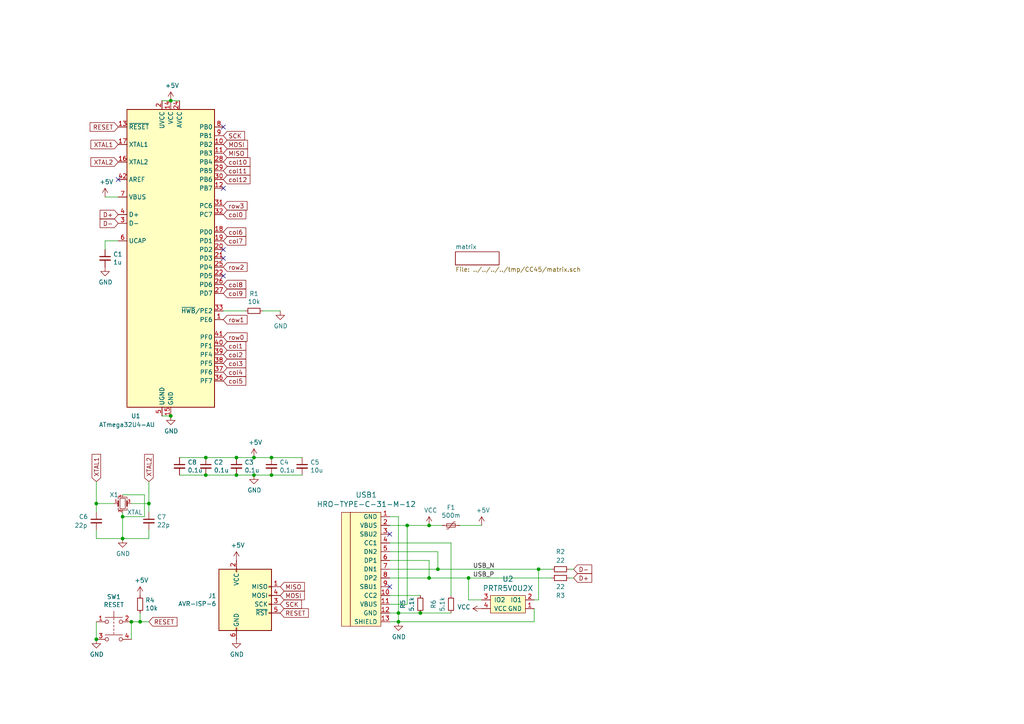
<source format=kicad_sch>
(kicad_sch (version 20230121) (generator eeschema)
  (paper "A4")
  (lib_symbols
    (symbol "CC45-rescue:ATmega32U4-AU-MCU_Microchip_ATmega"
      (property "Reference" "U" (at -12.7 44.45 0))
      (property "Value" "MCU_Microchip_ATmega_ATmega32U4-AU" (at 2.54 -44.45 0))
      (symbol "ATmega32U4-AU-MCU_Microchip_ATmega_0_1"
        (rectangle (start -12.7 -43.18) (end 12.7 43.18) (stroke (width 0.254)) (fill (type background)))
      )
      (symbol "ATmega32U4-AU-MCU_Microchip_ATmega_1_1"
        (pin bidirectional line (at 15.24 -17.78 180) (length 2.54) (name "PE6") (number "1"))
        (pin bidirectional line (at 15.24 33.02 180) (length 2.54) (name "PB2") (number "10"))
        (pin bidirectional line (at 15.24 30.48 180) (length 2.54) (name "PB3") (number "11"))
        (pin bidirectional line (at 15.24 20.32 180) (length 2.54) (name "PB7") (number "12"))
        (pin input line (at -15.24 38.1 0) (length 2.54) (name "~{RESET}") (number "13"))
        (pin power_in line (at 0 45.72 270) (length 2.54) (name "VCC") (number "14"))
        (pin power_in line (at 0 -45.72 90) (length 2.54) (name "GND") (number "15"))
        (pin output line (at -15.24 27.94 0) (length 2.54) (name "XTAL2") (number "16"))
        (pin input line (at -15.24 33.02 0) (length 2.54) (name "XTAL1") (number "17"))
        (pin bidirectional line (at 15.24 7.62 180) (length 2.54) (name "PD0") (number "18"))
        (pin bidirectional line (at 15.24 5.08 180) (length 2.54) (name "PD1") (number "19"))
        (pin power_in line (at -2.54 45.72 270) (length 2.54) (name "UVCC") (number "2"))
        (pin bidirectional line (at 15.24 2.54 180) (length 2.54) (name "PD2") (number "20"))
        (pin bidirectional line (at 15.24 0 180) (length 2.54) (name "PD3") (number "21"))
        (pin bidirectional line (at 15.24 -5.08 180) (length 2.54) (name "PD5") (number "22"))
        (pin passive line (at 0 -45.72 90) (length 2.54) hide (name "GND") (number "23"))
        (pin power_in line (at 2.54 45.72 270) (length 2.54) (name "AVCC") (number "24"))
        (pin bidirectional line (at 15.24 -2.54 180) (length 2.54) (name "PD4") (number "25"))
        (pin bidirectional line (at 15.24 -7.62 180) (length 2.54) (name "PD6") (number "26"))
        (pin bidirectional line (at 15.24 -10.16 180) (length 2.54) (name "PD7") (number "27"))
        (pin bidirectional line (at 15.24 27.94 180) (length 2.54) (name "PB4") (number "28"))
        (pin bidirectional line (at 15.24 25.4 180) (length 2.54) (name "PB5") (number "29"))
        (pin bidirectional line (at -15.24 10.16 0) (length 2.54) (name "D-") (number "3"))
        (pin bidirectional line (at 15.24 22.86 180) (length 2.54) (name "PB6") (number "30"))
        (pin bidirectional line (at 15.24 15.24 180) (length 2.54) (name "PC6") (number "31"))
        (pin bidirectional line (at 15.24 12.7 180) (length 2.54) (name "PC7") (number "32"))
        (pin bidirectional line (at 15.24 -15.24 180) (length 2.54) (name "~{HWB}/PE2") (number "33"))
        (pin passive line (at 0 45.72 270) (length 2.54) hide (name "VCC") (number "34"))
        (pin passive line (at 0 -45.72 90) (length 2.54) hide (name "GND") (number "35"))
        (pin bidirectional line (at 15.24 -35.56 180) (length 2.54) (name "PF7") (number "36"))
        (pin bidirectional line (at 15.24 -33.02 180) (length 2.54) (name "PF6") (number "37"))
        (pin bidirectional line (at 15.24 -30.48 180) (length 2.54) (name "PF5") (number "38"))
        (pin bidirectional line (at 15.24 -27.94 180) (length 2.54) (name "PF4") (number "39"))
        (pin bidirectional line (at -15.24 12.7 0) (length 2.54) (name "D+") (number "4"))
        (pin bidirectional line (at 15.24 -25.4 180) (length 2.54) (name "PF1") (number "40"))
        (pin bidirectional line (at 15.24 -22.86 180) (length 2.54) (name "PF0") (number "41"))
        (pin passive line (at -15.24 22.86 0) (length 2.54) (name "AREF") (number "42"))
        (pin passive line (at 0 -45.72 90) (length 2.54) hide (name "GND") (number "43"))
        (pin passive line (at 2.54 45.72 270) (length 2.54) hide (name "AVCC") (number "44"))
        (pin passive line (at -2.54 -45.72 90) (length 2.54) (name "UGND") (number "5"))
        (pin passive line (at -15.24 5.08 0) (length 2.54) (name "UCAP") (number "6"))
        (pin input line (at -15.24 17.78 0) (length 2.54) (name "VBUS") (number "7"))
        (pin bidirectional line (at 15.24 38.1 180) (length 2.54) (name "PB0") (number "8"))
        (pin bidirectional line (at 15.24 35.56 180) (length 2.54) (name "PB1") (number "9"))
      )
    )
    (symbol "CC45-rescue:HRO-TYPE-C-31-M-12-Type-C" (pin_names (offset 1.016))
      (property "Reference" "USB" (at -5.08 16.51 0))
      (property "Value" "Type-C_HRO-TYPE-C-31-M-12" (at -10.16 -1.27 90))
      (symbol "HRO-TYPE-C-31-M-12-Type-C_0_1"
        (rectangle (start -11.43 15.24) (end -8.89 -17.78) (fill (type background)))
        (rectangle (start 0 -17.78) (end -8.89 15.24) (fill (type background)))
      )
      (symbol "HRO-TYPE-C-31-M-12-Type-C_1_1"
        (pin input line (at 2.54 13.97 180) (length 2.54) (name "GND") (number "1"))
        (pin input line (at 2.54 -8.89 180) (length 2.54) (name "CC2") (number "10"))
        (pin input line (at 2.54 -11.43 180) (length 2.54) (name "VBUS") (number "11"))
        (pin input line (at 2.54 -13.97 180) (length 2.54) (name "GND") (number "12"))
        (pin input line (at 2.54 -16.51 180) (length 2.54) (name "SHIELD") (number "13"))
        (pin input line (at 2.54 11.43 180) (length 2.54) (name "VBUS") (number "2"))
        (pin input line (at 2.54 8.89 180) (length 2.54) (name "SBU2") (number "3"))
        (pin input line (at 2.54 6.35 180) (length 2.54) (name "CC1") (number "4"))
        (pin input line (at 2.54 3.81 180) (length 2.54) (name "DN2") (number "5"))
        (pin input line (at 2.54 1.27 180) (length 2.54) (name "DP1") (number "6"))
        (pin input line (at 2.54 -1.27 180) (length 2.54) (name "DN1") (number "7"))
        (pin input line (at 2.54 -3.81 180) (length 2.54) (name "DP2") (number "8"))
        (pin input line (at 2.54 -6.35 180) (length 2.54) (name "SBU1") (number "9"))
      )
    )
    (symbol "CC45-rescue:PRTR5V0U2X-random-keyboard-parts" (pin_names (offset 1.016))
      (property "Reference" "U" (at 0 3.81 0))
      (property "Value" "random-keyboard-parts_PRTR5V0U2X" (at 0 -3.81 0))
      (symbol "PRTR5V0U2X-random-keyboard-parts_0_1"
        (rectangle (start -5.08 2.54) (end 5.08 -2.54) (fill (type background)))
      )
      (symbol "PRTR5V0U2X-random-keyboard-parts_1_1"
        (pin input line (at -7.62 1.27 0) (length 2.54) (name "GND") (number "1"))
        (pin input line (at -7.62 -1.27 0) (length 2.54) (name "IO1") (number "2"))
        (pin input line (at 7.62 -1.27 180) (length 2.54) (name "IO2") (number "3"))
        (pin input line (at 7.62 1.27 180) (length 2.54) (name "VCC") (number "4"))
      )
    )
    (symbol "Connector:AVR-ISP-6" (pin_names (offset 1.016))
      (property "Reference" "J" (at -6.35 11.43 0))
      (property "Value" "AVR-ISP-6" (at 0 11.43 0))
      (symbol "AVR-ISP-6_0_1"
        (rectangle (start -2.667 -6.858) (end -2.413 -7.62))
        (rectangle (start -2.667 10.16) (end -2.413 9.398))
        (rectangle (start 7.62 -2.413) (end 6.858 -2.667))
        (rectangle (start 7.62 0.127) (end 6.858 -0.127))
        (rectangle (start 7.62 2.667) (end 6.858 2.413))
        (rectangle (start 7.62 5.207) (end 6.858 4.953))
        (rectangle (start 7.62 10.16) (end -7.62 -7.62) (stroke (width 0.254)) (fill (type background)))
      )
      (symbol "AVR-ISP-6_1_1"
        (pin passive line (at 10.16 5.08 180) (length 2.54) (name "MISO") (number "1"))
        (pin passive line (at -2.54 12.7 270) (length 2.54) (name "VCC") (number "2"))
        (pin passive line (at 10.16 0 180) (length 2.54) (name "SCK") (number "3"))
        (pin passive line (at 10.16 2.54 180) (length 2.54) (name "MOSI") (number "4"))
        (pin passive line (at 10.16 -2.54 180) (length 2.54) (name "~{RST}") (number "5"))
        (pin passive line (at -2.54 -10.16 90) (length 2.54) (name "GND") (number "6"))
      )
    )
    (symbol "Device:C_Small" (pin_numbers hide) (pin_names (offset 0.254) hide)
      (property "Reference" "C" (at 0.254 1.778 0))
      (property "Value" "C_Small" (at 0.254 -2.032 0))
      (symbol "C_Small_0_1"
        (polyline (pts (xy -1.524 -0.508) (xy 1.524 -0.508)) (stroke (width 0.3302)))
        (polyline (pts (xy -1.524 0.508) (xy 1.524 0.508)) (stroke (width 0.3048)))
      )
      (symbol "C_Small_1_1"
        (pin passive line (at 0 2.54 270) (length 2.032) (name "~") (number "1"))
        (pin passive line (at 0 -2.54 90) (length 2.032) (name "~") (number "2"))
      )
    )
    (symbol "Device:Crystal_GND24_Small" (pin_names (offset 1.016) hide)
      (property "Reference" "Y" (at 1.27 4.445 0))
      (property "Value" "Crystal_GND24_Small" (at 1.27 2.54 0))
      (symbol "Crystal_GND24_Small_0_1"
        (rectangle (start -0.762 -1.524) (end 0.762 1.524))
        (polyline (pts (xy -1.27 -0.762) (xy -1.27 0.762)) (stroke (width 0.381)))
        (polyline (pts (xy 1.27 -0.762) (xy 1.27 0.762)) (stroke (width 0.381)))
        (polyline (pts (xy -1.27 -1.27) (xy -1.27 -1.905) (xy 1.27 -1.905) (xy 1.27 -1.27)))
        (polyline (pts (xy -1.27 1.27) (xy -1.27 1.905) (xy 1.27 1.905) (xy 1.27 1.27)))
      )
      (symbol "Crystal_GND24_Small_1_1"
        (pin passive line (at -2.54 0 0) (length 1.27) (name "1") (number "1"))
        (pin passive line (at 0 -2.54 90) (length 0.635) (name "2") (number "2"))
        (pin passive line (at 2.54 0 180) (length 1.27) (name "3") (number "3"))
        (pin passive line (at 0 2.54 270) (length 0.635) (name "4") (number "4"))
      )
    )
    (symbol "Device:Polyfuse_Small" (pin_numbers hide) (pin_names (offset 0))
      (property "Reference" "F" (at -1.905 0 90))
      (property "Value" "Polyfuse_Small" (at 1.905 0 90))
      (symbol "Polyfuse_Small_0_1"
        (rectangle (start -0.508 1.27) (end 0.508 -1.27))
        (polyline (pts (xy 0 2.54) (xy 0 -2.54)))
        (polyline (pts (xy -1.016 1.27) (xy -1.016 0.762) (xy 1.016 -0.762) (xy 1.016 -1.27)))
      )
      (symbol "Polyfuse_Small_1_1"
        (pin passive line (at 0 2.54 270) (length 0.635) (name "~") (number "1"))
        (pin passive line (at 0 -2.54 90) (length 0.635) (name "~") (number "2"))
      )
    )
    (symbol "Device:R_Small" (pin_numbers hide) (pin_names (offset 0.254) hide)
      (property "Reference" "R" (at 0.762 0.508 0))
      (property "Value" "R_Small" (at 0.762 -1.016 0))
      (symbol "R_Small_0_1"
        (rectangle (start -0.762 1.778) (end 0.762 -1.778) (stroke (width 0.2032)))
      )
      (symbol "R_Small_1_1"
        (pin passive line (at 0 2.54 270) (length 0.762) (name "~") (number "1"))
        (pin passive line (at 0 -2.54 90) (length 0.762) (name "~") (number "2"))
      )
    )
    (symbol "Switch:SW_Push_Dual" (pin_names (offset 1.016) hide)
      (property "Reference" "SW" (at 1.27 2.54 0))
      (property "Value" "SW_Push_Dual" (at 0 -6.858 0))
      (symbol "SW_Push_Dual_0_1"
        (circle (center -2.032 -5.08) (radius 0.508))
        (circle (center -2.032 0) (radius 0.508))
        (polyline (pts (xy 0 -3.048) (xy 0 -3.556)))
        (polyline (pts (xy 0 -2.032) (xy 0 -2.54)))
        (polyline (pts (xy 0 -1.524) (xy 0 -1.016)))
        (polyline (pts (xy 0 -0.508) (xy 0 0)))
        (polyline (pts (xy 0 0.508) (xy 0 1.016)))
        (polyline (pts (xy 0 1.27) (xy 0 3.048)))
        (polyline (pts (xy 2.54 -3.81) (xy -2.54 -3.81)))
        (polyline (pts (xy 2.54 1.27) (xy -2.54 1.27)))
        (circle (center 2.032 -5.08) (radius 0.508))
        (circle (center 2.032 0) (radius 0.508))
        (pin passive line (at -5.08 0 0) (length 2.54) (name "1") (number "1"))
        (pin passive line (at 5.08 0 180) (length 2.54) (name "2") (number "2"))
        (pin passive line (at -5.08 -5.08 0) (length 2.54) (name "3") (number "3"))
        (pin passive line (at 5.08 -5.08 180) (length 2.54) (name "4") (number "4"))
      )
    )
    (symbol "power:+5V" (power) (pin_names (offset 0))
      (property "Value" "+5V" (at 0 3.556 0))
      (symbol "+5V_0_1"
        (polyline (pts (xy -0.762 1.27) (xy 0 2.54)))
        (polyline (pts (xy 0 0) (xy 0 2.54)))
        (polyline (pts (xy 0 2.54) (xy 0.762 1.27)))
      )
      (symbol "+5V_1_1"
        (pin power_in line (at 0 0 90) (length 0) hide (name "+5V") (number "1"))
      )
    )
    (symbol "power:GND" (power) (pin_names (offset 0))
      (property "Value" "GND" (at 0 -3.81 0))
      (symbol "GND_0_1"
        (polyline (pts (xy 0 0) (xy 0 -1.27) (xy 1.27 -1.27) (xy 0 -2.54) (xy -1.27 -1.27) (xy 0 -1.27)))
      )
      (symbol "GND_1_1"
        (pin power_in line (at 0 0 270) (length 0) hide (name "GND") (number "1"))
      )
    )
    (symbol "power:VCC" (power) (pin_names (offset 0))
      (property "Value" "VCC" (at 0 3.81 0))
      (symbol "VCC_0_1"
        (polyline (pts (xy -0.762 1.27) (xy 0 2.54)))
        (polyline (pts (xy 0 0) (xy 0 2.54)))
        (polyline (pts (xy 0 2.54) (xy 0.762 1.27)))
      )
      (symbol "VCC_1_1"
        (pin power_in line (at 0 0 90) (length 0) hide (name "VCC") (number "1"))
      )
    )
  )
  (junction (at 59.69 132.715))
  (junction (at 43.18 146.05))
  (junction (at 78.74 137.795))
  (junction (at 78.74 132.715))
  (junction (at 59.69 137.795))
  (junction (at 27.94 185.42))
  (junction (at 38.1 180.34))
  (junction (at 115.57 180.34))
  (junction (at 35.56 149.86))
  (junction (at 127 165.1))
  (junction (at 49.53 29.21))
  (junction (at 118.11 152.4))
  (junction (at 73.66 132.715))
  (junction (at 156.21 165.1))
  (junction (at 49.53 120.65))
  (junction (at 68.58 132.715))
  (junction (at 73.66 137.795))
  (junction (at 40.64 180.34))
  (junction (at 35.56 156.21))
  (junction (at 135.89 167.64))
  (junction (at 124.46 167.64))
  (junction (at 124.46 152.4))
  (junction (at 115.57 177.8))
  (junction (at 121.92 177.8))
  (junction (at 68.58 137.795))
  (junction (at 27.94 146.05))
  (no_connect (at 64.77 54.61))
  (no_connect (at 64.77 36.83))
  (no_connect (at 34.29 52.07))
  (no_connect (at 64.77 80.01))
  (no_connect (at 64.77 72.39))
  (no_connect (at 113.03 170.18))
  (no_connect (at 64.77 74.93))
  (no_connect (at 113.03 154.94))
  (wire (pts (xy 43.18 156.21) (xy 35.56 156.21)))
  (wire (pts (xy 118.11 152.4) (xy 118.11 175.26)))
  (wire (pts (xy 35.56 149.86) (xy 35.56 156.21)))
  (wire (pts (xy 38.1 146.05) (xy 43.18 146.05)))
  (wire (pts (xy 130.81 157.48) (xy 113.03 157.48)))
  (wire (pts (xy 52.07 132.715) (xy 59.69 132.715)))
  (wire (pts (xy 73.66 137.795) (xy 78.74 137.795)))
  (wire (pts (xy 27.94 146.05) (xy 33.02 146.05)))
  (wire (pts (xy 135.89 173.99) (xy 135.89 167.64)))
  (wire (pts (xy 113.03 160.02) (xy 127 160.02)))
  (wire (pts (xy 154.94 180.34) (xy 115.57 180.34)))
  (wire (pts (xy 35.56 143.51) (xy 41.91 143.51)))
  (wire (pts (xy 156.21 165.1) (xy 160.02 165.1)))
  (wire (pts (xy 165.1 167.64) (xy 166.37 167.64)))
  (wire (pts (xy 113.03 149.86) (xy 115.57 149.86)))
  (wire (pts (xy 30.48 57.15) (xy 34.29 57.15)))
  (wire (pts (xy 43.18 146.05) (xy 43.18 148.59)))
  (wire (pts (xy 124.46 167.64) (xy 135.89 167.64)))
  (wire (pts (xy 52.07 137.795) (xy 59.69 137.795)))
  (wire (pts (xy 40.64 180.34) (xy 43.18 180.34)))
  (wire (pts (xy 71.12 90.17) (xy 64.77 90.17)))
  (wire (pts (xy 38.1 180.34) (xy 40.64 180.34)))
  (wire (pts (xy 78.74 137.795) (xy 87.63 137.795)))
  (wire (pts (xy 30.48 69.85) (xy 30.48 72.39)))
  (wire (pts (xy 113.03 162.56) (xy 124.46 162.56)))
  (wire (pts (xy 121.92 177.8) (xy 130.81 177.8)))
  (wire (pts (xy 133.35 152.4) (xy 139.7 152.4)))
  (wire (pts (xy 27.94 139.7) (xy 27.94 146.05)))
  (wire (pts (xy 27.94 156.21) (xy 35.56 156.21)))
  (wire (pts (xy 118.11 175.26) (xy 113.03 175.26)))
  (wire (pts (xy 43.18 139.7) (xy 43.18 146.05)))
  (wire (pts (xy 115.57 177.8) (xy 121.92 177.8)))
  (wire (pts (xy 130.81 172.72) (xy 130.81 157.48)))
  (wire (pts (xy 115.57 177.8) (xy 115.57 180.34)))
  (wire (pts (xy 139.7 173.99) (xy 135.89 173.99)))
  (wire (pts (xy 59.69 132.715) (xy 68.58 132.715)))
  (wire (pts (xy 121.92 172.72) (xy 113.03 172.72)))
  (wire (pts (xy 113.03 167.64) (xy 124.46 167.64)))
  (wire (pts (xy 68.58 137.795) (xy 73.66 137.795)))
  (wire (pts (xy 124.46 162.56) (xy 124.46 167.64)))
  (wire (pts (xy 154.94 173.99) (xy 156.21 173.99)))
  (wire (pts (xy 40.64 180.34) (xy 40.64 177.8)))
  (wire (pts (xy 115.57 180.34) (xy 113.03 180.34)))
  (wire (pts (xy 35.56 148.59) (xy 35.56 149.86)))
  (wire (pts (xy 113.03 165.1) (xy 127 165.1)))
  (wire (pts (xy 46.99 29.21) (xy 49.53 29.21)))
  (wire (pts (xy 124.46 152.4) (xy 118.11 152.4)))
  (wire (pts (xy 41.91 143.51) (xy 41.91 149.86)))
  (wire (pts (xy 135.89 167.64) (xy 160.02 167.64)))
  (wire (pts (xy 41.91 149.86) (xy 35.56 149.86)))
  (wire (pts (xy 68.58 132.715) (xy 73.66 132.715)))
  (wire (pts (xy 73.66 132.715) (xy 78.74 132.715)))
  (wire (pts (xy 49.53 29.21) (xy 52.07 29.21)))
  (wire (pts (xy 27.94 148.59) (xy 27.94 146.05)))
  (wire (pts (xy 127 165.1) (xy 156.21 165.1)))
  (wire (pts (xy 127 160.02) (xy 127 165.1)))
  (wire (pts (xy 78.74 132.715) (xy 87.63 132.715)))
  (wire (pts (xy 46.99 120.65) (xy 49.53 120.65)))
  (wire (pts (xy 115.57 149.86) (xy 115.57 177.8)))
  (wire (pts (xy 34.29 69.85) (xy 30.48 69.85)))
  (wire (pts (xy 154.94 176.53) (xy 154.94 180.34)))
  (wire (pts (xy 156.21 173.99) (xy 156.21 165.1)))
  (wire (pts (xy 27.94 153.67) (xy 27.94 156.21)))
  (wire (pts (xy 113.03 177.8) (xy 115.57 177.8)))
  (wire (pts (xy 124.46 152.4) (xy 128.27 152.4)))
  (wire (pts (xy 81.28 90.17) (xy 76.2 90.17)))
  (wire (pts (xy 165.1 165.1) (xy 166.37 165.1)))
  (wire (pts (xy 27.94 185.42) (xy 27.94 180.34)))
  (wire (pts (xy 113.03 152.4) (xy 118.11 152.4)))
  (wire (pts (xy 38.1 185.42) (xy 38.1 180.34)))
  (wire (pts (xy 43.18 153.67) (xy 43.18 156.21)))
  (wire (pts (xy 59.69 137.795) (xy 68.58 137.795)))
  (label "USB_N" (at 137.16 165.1 0))
  (label "USB_P" (at 137.16 167.64 0))
  (global_label "col4" (shape input) (at 64.77 107.95 0) (property "Intersheetrefs" "${INTERSHEET_REFS}" (effects hide)))
  (global_label "row1" (shape input) (at 64.77 92.71 0) (property "Intersheetrefs" "${INTERSHEET_REFS}" (effects hide)))
  (global_label "MOSI" (shape input) (at 64.77 41.91 0) (property "Intersheetrefs" "${INTERSHEET_REFS}" (effects hide)))
  (global_label "XTAL1" (shape input) (at 34.29 41.91 180) (property "Intersheetrefs" "${INTERSHEET_REFS}" (effects hide)))
  (global_label "col7" (shape input) (at 64.77 69.85 0) (property "Intersheetrefs" "${INTERSHEET_REFS}" (effects hide)))
  (global_label "col6" (shape input) (at 64.77 67.31 0) (property "Intersheetrefs" "${INTERSHEET_REFS}" (effects hide)))
  (global_label "D+" (shape input) (at 34.29 62.23 180) (property "Intersheetrefs" "${INTERSHEET_REFS}" (effects hide)))
  (global_label "XTAL2" (shape input) (at 43.18 139.7 90) (property "Intersheetrefs" "${INTERSHEET_REFS}" (effects hide)))
  (global_label "row0" (shape input) (at 64.77 97.79 0) (property "Intersheetrefs" "${INTERSHEET_REFS}" (effects hide)))
  (global_label "col3" (shape input) (at 64.77 105.41 0) (property "Intersheetrefs" "${INTERSHEET_REFS}" (effects hide)))
  (global_label "MISO" (shape input) (at 81.28 170.18 0) (property "Intersheetrefs" "${INTERSHEET_REFS}" (effects hide)))
  (global_label "MOSI" (shape input) (at 81.28 172.72 0) (property "Intersheetrefs" "${INTERSHEET_REFS}" (effects hide)))
  (global_label "SCK" (shape input) (at 81.28 175.26 0) (property "Intersheetrefs" "${INTERSHEET_REFS}" (effects hide)))
  (global_label "col10" (shape input) (at 64.77 46.99 0) (property "Intersheetrefs" "${INTERSHEET_REFS}" (effects hide)))
  (global_label "XTAL2" (shape input) (at 34.29 46.99 180) (property "Intersheetrefs" "${INTERSHEET_REFS}" (effects hide)))
  (global_label "D-" (shape input) (at 166.37 165.1 0) (property "Intersheetrefs" "${INTERSHEET_REFS}" (effects hide)))
  (global_label "col2" (shape input) (at 64.77 102.87 0) (property "Intersheetrefs" "${INTERSHEET_REFS}" (effects hide)))
  (global_label "col11" (shape input) (at 64.77 49.53 0) (property "Intersheetrefs" "${INTERSHEET_REFS}" (effects hide)))
  (global_label "row3" (shape input) (at 64.77 59.69 0) (property "Intersheetrefs" "${INTERSHEET_REFS}" (effects hide)))
  (global_label "col1" (shape input) (at 64.77 100.33 0) (property "Intersheetrefs" "${INTERSHEET_REFS}" (effects hide)))
  (global_label "col5" (shape input) (at 64.77 110.49 0) (property "Intersheetrefs" "${INTERSHEET_REFS}" (effects hide)))
  (global_label "col8" (shape input) (at 64.77 82.55 0) (property "Intersheetrefs" "${INTERSHEET_REFS}" (effects hide)))
  (global_label "RESET" (shape input) (at 43.18 180.34 0) (property "Intersheetrefs" "${INTERSHEET_REFS}" (effects hide)))
  (global_label "col12" (shape input) (at 64.77 52.07 0) (property "Intersheetrefs" "${INTERSHEET_REFS}" (effects hide)))
  (global_label "SCK" (shape input) (at 64.77 39.37 0) (property "Intersheetrefs" "${INTERSHEET_REFS}" (effects hide)))
  (global_label "col9" (shape input) (at 64.77 85.09 0) (property "Intersheetrefs" "${INTERSHEET_REFS}" (effects hide)))
  (global_label "XTAL1" (shape input) (at 27.94 139.7 90) (property "Intersheetrefs" "${INTERSHEET_REFS}" (effects hide)))
  (global_label "D-" (shape input) (at 34.29 64.77 180) (property "Intersheetrefs" "${INTERSHEET_REFS}" (effects hide)))
  (global_label "D+" (shape input) (at 166.37 167.64 0) (property "Intersheetrefs" "${INTERSHEET_REFS}" (effects hide)))
  (global_label "RESET" (shape input) (at 81.28 177.8 0) (property "Intersheetrefs" "${INTERSHEET_REFS}" (effects hide)))
  (global_label "row2" (shape input) (at 64.77 77.47 0) (property "Intersheetrefs" "${INTERSHEET_REFS}" (effects hide)))
  (global_label "MISO" (shape input) (at 64.77 44.45 0) (property "Intersheetrefs" "${INTERSHEET_REFS}" (effects hide)))
  (global_label "RESET" (shape input) (at 34.29 36.83 180) (property "Intersheetrefs" "${INTERSHEET_REFS}" (effects hide)))
  (global_label "col0" (shape input) (at 64.77 62.23 0) (property "Intersheetrefs" "${INTERSHEET_REFS}" (effects hide)))
  (symbol (lib_id "CC45-rescue:ATmega32U4-AU-MCU_Microchip_ATmega") (at 49.53 74.93 0) (unit 1)
    (property "Reference" "U1" (at 39.37 120.65 0))
    (property "Value" "ATmega32U4-AU" (at 36.83 123.19 0))
    (property "Footprint" "Package_QFP:TQFP-44_10x10mm_P0.8mm" (effects hide))
    (property "Datasheet" "http://ww1.microchip.com/downloads/en/DeviceDoc/Atmel-7766-8-bit-AVR-ATmega16U4-32U4_Datasheet.pdf" (effects hide))
    (property "LCSC" "C44854" (effects hide))
  )
  (symbol (lib_id "power:+5V") (at 49.53 29.21 0) (unit 1)
    (property "Reference" "#PWR0101" (effects hide))
    (property "Value" "+5V" (at 49.911 24.8158 0))
  )
  (symbol (lib_id "power:GND") (at 49.53 120.65 0) (unit 1)
    (property "Reference" "#PWR0102" (effects hide))
    (property "Value" "GND" (at 49.657 125.0442 0))
  )
  (symbol (lib_id "Device:R_Small") (at 73.66 90.17 270) (unit 1)
    (property "Reference" "R1" (at 73.66 85.1916 90))
    (property "Value" "10k" (at 73.66 87.503 90))
    (property "Footprint" "Resistor_SMD:R_1206_3216Metric_Pad1.42x1.75mm_HandSolder" (effects hide))
    (property "LCSC" "C17902" (effects hide))
  )
  (symbol (lib_id "power:GND") (at 81.28 90.17 0) (unit 1)
    (property "Reference" "#PWR0103" (effects hide))
    (property "Value" "GND" (at 81.407 94.5642 0))
  )
  (symbol (lib_id "Device:C_Small") (at 30.48 74.93 0) (unit 1)
    (property "Reference" "C1" (at 32.8168 73.7616 0) (effects (justify left)))
    (property "Value" "1u" (at 32.8168 76.073 0) (effects (justify left)))
    (property "Footprint" "Capacitor_SMD:C_1206_3216Metric_Pad1.42x1.75mm_HandSolder" (effects hide))
    (property "LCSC" "C1848" (effects hide))
  )
  (symbol (lib_id "power:GND") (at 30.48 77.47 0) (unit 1)
    (property "Reference" "#PWR0104" (effects hide))
    (property "Value" "GND" (at 30.607 81.8642 0))
  )
  (symbol (lib_id "power:+5V") (at 30.48 57.15 0) (unit 1)
    (property "Reference" "#PWR0105" (effects hide))
    (property "Value" "+5V" (at 30.861 52.7558 0))
  )
  (symbol (lib_id "Device:Crystal_GND24_Small") (at 35.56 146.05 0) (unit 1)
    (property "Reference" "X1" (at 31.75 143.51 0) (effects (justify left)))
    (property "Value" "XTAL" (at 36.83 148.59 0) (effects (justify left)))
    (property "Footprint" "Crystal:Crystal_SMD_3225-4Pin_3.2x2.5mm_HandSoldering" (effects hide))
    (property "LCSC" "C13738" (effects hide))
  )
  (symbol (lib_id "Device:C_Small") (at 27.94 151.13 0) (unit 1)
    (property "Reference" "C6" (at 22.86 149.86 0) (effects (justify left)))
    (property "Value" "22p" (at 21.59 152.4 0) (effects (justify left)))
    (property "Footprint" "Capacitor_SMD:C_1206_3216Metric_Pad1.42x1.75mm_HandSolder" (effects hide))
    (property "LCSC" "C313096" (effects hide))
  )
  (symbol (lib_id "power:GND") (at 35.56 156.21 0) (unit 1)
    (property "Reference" "#PWR0106" (effects hide))
    (property "Value" "GND" (at 35.687 160.6042 0))
  )
  (symbol (lib_id "power:+5V") (at 68.58 162.56 0) (unit 1)
    (property "Reference" "#PWR0109" (effects hide))
    (property "Value" "+5V" (at 68.961 158.1658 0))
  )
  (symbol (lib_id "power:GND") (at 73.66 137.795 0) (unit 1)
    (property "Reference" "#PWR0107" (effects hide))
    (property "Value" "GND" (at 73.787 142.1892 0))
  )
  (symbol (lib_id "Device:C_Small") (at 68.58 135.255 0) (unit 1)
    (property "Reference" "C3" (at 70.9168 134.0866 0) (effects (justify left)))
    (property "Value" "0.1u" (at 70.9168 136.398 0) (effects (justify left)))
    (property "Footprint" "Capacitor_SMD:C_1206_3216Metric_Pad1.42x1.75mm_HandSolder" (effects hide))
    (property "LCSC" "C24497" (effects hide))
  )
  (symbol (lib_id "Device:C_Small") (at 78.74 135.255 0) (unit 1)
    (property "Reference" "C4" (at 81.0768 134.0866 0) (effects (justify left)))
    (property "Value" "0.1u" (at 81.0768 136.398 0) (effects (justify left)))
    (property "Footprint" "Capacitor_SMD:C_1206_3216Metric_Pad1.42x1.75mm_HandSolder" (effects hide))
    (property "LCSC" "C24497" (effects hide))
  )
  (symbol (lib_id "Device:C_Small") (at 87.63 135.255 0) (unit 1)
    (property "Reference" "C5" (at 89.9668 134.0866 0) (effects (justify left)))
    (property "Value" "10u" (at 89.9668 136.398 0) (effects (justify left)))
    (property "Footprint" "Capacitor_SMD:C_1206_3216Metric_Pad1.42x1.75mm_HandSolder" (effects hide))
    (property "LCSC" "C13585" (effects hide))
  )
  (symbol (lib_id "Connector:AVR-ISP-6") (at 71.12 175.26 0) (unit 1)
    (property "Reference" "J1" (at 62.7634 172.8216 0) (effects (justify right)))
    (property "Value" "AVR-ISP-6" (at 62.7634 175.133 0) (effects (justify right)))
    (property "Footprint" "random-keyboard-parts:Reset_Pretty-Mask" (effects hide))
    (property "Datasheet" " ~" (effects hide))
  )
  (symbol (lib_id "power:GND") (at 68.58 185.42 0) (unit 1)
    (property "Reference" "#PWR0110" (effects hide))
    (property "Value" "GND" (at 68.707 189.8142 0))
  )
  (symbol (lib_id "Switch:SW_Push_Dual") (at 33.02 180.34 0) (unit 1)
    (property "Reference" "SW1" (at 33.02 173.101 0))
    (property "Value" "RESET" (at 33.02 175.4124 0))
    (property "Footprint" "random-keyboard-parts:SKQG-1155865" (effects hide))
    (property "LCSC" "C318884" (effects hide))
  )
  (symbol (lib_id "power:GND") (at 27.94 185.42 0) (unit 1)
    (property "Reference" "#PWR0111" (effects hide))
    (property "Value" "GND" (at 28.067 189.8142 0))
  )
  (symbol (lib_id "Device:R_Small") (at 40.64 175.26 180) (unit 1)
    (property "Reference" "R4" (at 42.1386 174.0916 0) (effects (justify right)))
    (property "Value" "10k" (at 42.1386 176.403 0) (effects (justify right)))
    (property "Footprint" "Resistor_SMD:R_1206_3216Metric_Pad1.42x1.75mm_HandSolder" (effects hide))
    (property "LCSC" "C17902" (effects hide))
  )
  (symbol (lib_id "power:+5V") (at 40.64 172.72 0) (unit 1)
    (property "Reference" "#PWR0112" (effects hide))
    (property "Value" "+5V" (at 41.021 168.3258 0))
  )
  (symbol (lib_id "Device:C_Small") (at 52.07 135.255 0) (unit 1)
    (property "Reference" "C8" (at 54.4068 134.0866 0) (effects (justify left)))
    (property "Value" "0.1u" (at 54.4068 136.398 0) (effects (justify left)))
    (property "Footprint" "Capacitor_SMD:C_1206_3216Metric_Pad1.42x1.75mm_HandSolder" (effects hide))
    (property "LCSC" "C24497" (effects hide))
  )
  (symbol (lib_id "CC45-rescue:HRO-TYPE-C-31-M-12-Type-C") (at 110.49 163.83 0) (unit 1)
    (property "Reference" "USB1" (at 106.2482 143.5354 0) (effects (font (size 1.524 1.524))))
    (property "Value" "HRO-TYPE-C-31-M-12" (at 106.2482 146.2532 0) (effects (font (size 1.524 1.524))))
    (property "Footprint" "Type-C:HRO-TYPE-C-31-M-12-HandSoldering" (effects hide))
  )
  (symbol (lib_id "Device:R_Small") (at 162.56 165.1 270) (unit 1)
    (property "Reference" "R2" (at 162.56 160.02 90))
    (property "Value" "22" (at 162.56 162.56 90))
    (property "Footprint" "Resistor_SMD:R_1206_3216Metric_Pad1.42x1.75mm_HandSolder" (effects hide))
    (property "LCSC" "C17958" (effects hide))
  )
  (symbol (lib_id "power:VCC") (at 124.46 152.4 0) (unit 1)
    (property "Reference" "#PWR0113" (effects hide))
    (property "Value" "VCC" (at 124.8918 148.0058 0))
  )
  (symbol (lib_id "Device:Polyfuse_Small") (at 130.81 152.4 270) (unit 1)
    (property "Reference" "F1" (at 130.81 147.193 90))
    (property "Value" "500m" (at 130.81 149.5044 90))
    (property "Footprint" "Fuse:Fuse_1206_3216Metric_Pad1.42x1.75mm_HandSolder" (effects hide))
    (property "LCSC" "C151162" (effects hide))
  )
  (symbol (lib_id "power:+5V") (at 139.7 152.4 0) (unit 1)
    (property "Reference" "#PWR0114" (effects hide))
    (property "Value" "+5V" (at 140.081 148.0058 0))
  )
  (symbol (lib_id "Device:R_Small") (at 130.81 175.26 180) (unit 1)
    (property "Reference" "R6" (at 125.73 175.26 90))
    (property "Value" "5.1k" (at 128.27 175.26 90))
    (property "Footprint" "Resistor_SMD:R_1206_3216Metric_Pad1.42x1.75mm_HandSolder" (effects hide))
    (property "LCSC" "C26033" (effects hide))
  )
  (symbol (lib_id "power:GND") (at 115.57 180.34 0) (unit 1)
    (property "Reference" "#PWR0115" (effects hide))
    (property "Value" "GND" (at 115.697 184.7342 0))
  )
  (symbol (lib_id "CC45-rescue:PRTR5V0U2X-random-keyboard-parts") (at 147.32 175.26 180) (unit 1)
    (property "Reference" "U2" (at 147.32 167.9194 0) (effects (font (size 1.524 1.524))))
    (property "Value" "PRTR5V0U2X" (at 147.32 170.6372 0) (effects (font (size 1.524 1.524))))
    (property "Footprint" "random-keyboard-parts:SOT143B" (effects hide))
    (property "LCSC" "C78442" (effects hide))
  )
  (symbol (lib_id "power:VCC") (at 139.7 176.53 90) (unit 1)
    (property "Reference" "#PWR0116" (effects hide))
    (property "Value" "VCC" (at 136.4742 176.0728 90) (effects (justify left)))
  )
  (symbol (lib_id "Device:C_Small") (at 43.18 151.13 0) (unit 1)
    (property "Reference" "C7" (at 45.5168 149.9616 0) (effects (justify left)))
    (property "Value" "22p" (at 45.5168 152.273 0) (effects (justify left)))
    (property "Footprint" "Capacitor_SMD:C_1206_3216Metric_Pad1.42x1.75mm_HandSolder" (effects hide))
    (property "LCSC" "C313096" (effects hide))
  )
  (symbol (lib_id "power:+5V") (at 73.66 132.715 0) (unit 1)
    (property "Reference" "#PWR0108" (effects hide))
    (property "Value" "+5V" (at 74.041 128.3208 0))
  )
  (symbol (lib_id "Device:C_Small") (at 59.69 135.255 0) (unit 1)
    (property "Reference" "C2" (at 62.0268 134.0866 0) (effects (justify left)))
    (property "Value" "0.1u" (at 62.0268 136.398 0) (effects (justify left)))
    (property "Footprint" "Capacitor_SMD:C_1206_3216Metric_Pad1.42x1.75mm_HandSolder" (effects hide))
    (property "LCSC" "C24497" (effects hide))
  )
  (symbol (lib_id "Device:R_Small") (at 162.56 167.64 270) (unit 1)
    (property "Reference" "R3" (at 162.56 172.72 90))
    (property "Value" "22" (at 162.56 170.18 90))
    (property "Footprint" "Resistor_SMD:R_1206_3216Metric_Pad1.42x1.75mm_HandSolder" (effects hide))
    (property "LCSC" "C17958" (effects hide))
  )
  (symbol (lib_id "Device:R_Small") (at 121.92 175.26 180) (unit 1)
    (property "Reference" "R5" (at 116.84 175.26 90))
    (property "Value" "5.1k" (at 119.38 175.26 90))
    (property "Footprint" "Resistor_SMD:R_1206_3216Metric_Pad1.42x1.75mm_HandSolder" (effects hide))
    (property "LCSC" "C26033" (effects hide))
  )
  (sheet (at 132.08 73.025) (size 12.7 3.81)
    (property "Sheetname" "matrix" (at 132.08 72.3134 0) (effects (justify left bottom)))
    (property "Sheetfile" "../../../../tmp/CC45/matrix.sch" (at 132.08 77.4196 0) (effects (justify left top)))
  )
)
</source>
